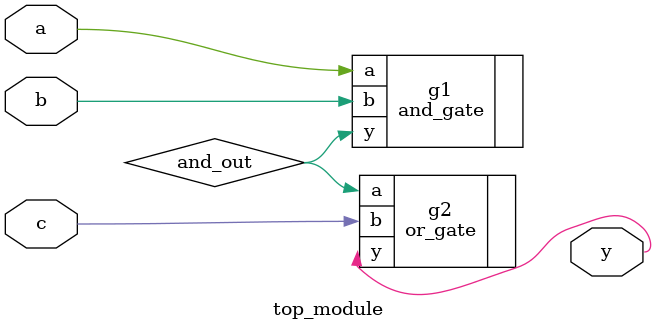
<source format=v>
module top_module(
    input a,
    input b,
    input c,
    output y
);
    wire and_out;

    and_gate g1(
        .a(a),
        .b(b),
        .y(and_out)
    );

    or_gate g2(
        .a(and_out),
        .b(c),
        .y(y)
    );

endmodule
</source>
